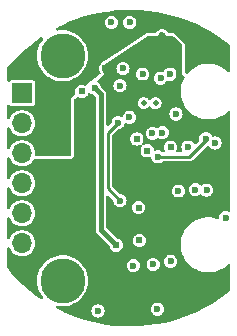
<source format=gbr>
%TF.GenerationSoftware,KiCad,Pcbnew,8.0.7-8.0.7-0~ubuntu24.04.1*%
%TF.CreationDate,2024-12-07T09:18:26-08:00*%
%TF.ProjectId,mag-encoder,6d61672d-656e-4636-9f64-65722e6b6963,4*%
%TF.SameCoordinates,Original*%
%TF.FileFunction,Copper,L2,Inr*%
%TF.FilePolarity,Positive*%
%FSLAX46Y46*%
G04 Gerber Fmt 4.6, Leading zero omitted, Abs format (unit mm)*
G04 Created by KiCad (PCBNEW 8.0.7-8.0.7-0~ubuntu24.04.1) date 2024-12-07 09:18:26*
%MOMM*%
%LPD*%
G01*
G04 APERTURE LIST*
%TA.AperFunction,ComponentPad*%
%ADD10C,3.810000*%
%TD*%
%TA.AperFunction,ComponentPad*%
%ADD11R,1.700000X1.700000*%
%TD*%
%TA.AperFunction,ComponentPad*%
%ADD12O,1.700000X1.700000*%
%TD*%
%TA.AperFunction,ViaPad*%
%ADD13C,0.600000*%
%TD*%
%TA.AperFunction,ViaPad*%
%ADD14C,0.609600*%
%TD*%
%TA.AperFunction,ViaPad*%
%ADD15C,0.500000*%
%TD*%
%TA.AperFunction,Conductor*%
%ADD16C,0.254000*%
%TD*%
%TA.AperFunction,Conductor*%
%ADD17C,0.381000*%
%TD*%
G04 APERTURE END LIST*
D10*
%TO.N,*%
%TO.C,H1*%
X224840800Y-114046000D03*
%TD*%
D11*
%TO.N,GND*%
%TO.C,J1*%
X221411800Y-117221000D03*
D12*
%TO.N,+3.3V*%
X221411800Y-119761000D03*
%TO.N,/CS*%
X221411800Y-122301000D03*
%TO.N,/MOSI*%
X221411800Y-124841000D03*
%TO.N,/MISO*%
X221411800Y-127381000D03*
%TO.N,/SCLK*%
X221411800Y-129921000D03*
%TD*%
D10*
%TO.N,*%
%TO.C,H2*%
X224840800Y-133096000D03*
%TD*%
D13*
%TO.N,+3.3V*%
X234696000Y-135939583D03*
X233248200Y-112344200D03*
D14*
X233464100Y-125260100D03*
X231317800Y-125984000D03*
D13*
X229857300Y-118021100D03*
X228463539Y-115122261D03*
%TO.N,GND*%
X229946200Y-115112800D03*
D14*
X226466400Y-117068600D03*
X232003600Y-122097800D03*
D13*
X227838000Y-135661400D03*
X234443344Y-118992046D03*
D15*
X232706800Y-118059200D03*
D13*
X232867200Y-135509000D03*
D15*
X231706800Y-118059200D03*
D13*
X238658400Y-127762000D03*
D14*
X233984800Y-121793000D03*
D13*
%TO.N,+5V*%
X230530400Y-111226600D03*
%TO.N,Net-(D4-A)*%
X232511600Y-131724400D03*
%TO.N,Net-(D1-K)*%
X228981000Y-111226600D03*
%TO.N,Net-(D3-A)*%
X230835200Y-131826000D03*
%TO.N,+5V_IN*%
X236474000Y-113792000D03*
X223139000Y-121031000D03*
%TO.N,Net-(C1-Pad1)*%
X229692200Y-116586000D03*
X233150883Y-115950999D03*
X233274839Y-120568637D03*
X230505000Y-119257800D03*
X236082570Y-125386858D03*
%TO.N,/A*%
X234645200Y-125501400D03*
%TO.N,/B*%
X237032800Y-125425200D03*
%TO.N,/PWM*%
X237744000Y-121437400D03*
%TO.N,Net-(D2-A)*%
X233984800Y-131449800D03*
%TO.N,Net-(D3-K)*%
X231622600Y-115595400D03*
D14*
%TO.N,Net-(U3-MGH)*%
X229368646Y-130086100D03*
D13*
X227545900Y-116776500D03*
D14*
X231343200Y-129692400D03*
%TO.N,/MISO*%
X231123451Y-121098347D03*
X231278250Y-126904864D03*
D13*
%TO.N,Net-(U3-A)*%
X229539800Y-119710200D03*
X229694099Y-126321418D03*
%TO.N,Net-(U3-PWM)*%
X232909286Y-122614514D03*
X236971960Y-121066440D03*
X233920500Y-115611177D03*
%TO.N,Net-(R3-Pad1)*%
X235458000Y-121793000D03*
X232435400Y-120624600D03*
%TD*%
D16*
%TO.N,Net-(C1-Pad1)*%
X233150883Y-115950999D02*
X233104884Y-115905000D01*
X233104884Y-115905000D02*
X232994200Y-115905000D01*
X229692200Y-116586000D02*
X229717600Y-116560600D01*
D17*
%TO.N,Net-(U3-MGH)*%
X228092000Y-117322600D02*
X228092000Y-128809454D01*
X228092000Y-128809454D02*
X229368646Y-130086100D01*
X227545900Y-116776500D02*
X228092000Y-117322600D01*
D16*
%TO.N,Net-(U3-A)*%
X228650800Y-125278119D02*
X229694099Y-126321418D01*
X229539800Y-119710200D02*
X228650800Y-120599200D01*
X228650800Y-120599200D02*
X228650800Y-125278119D01*
%TO.N,Net-(U3-PWM)*%
X236971960Y-121066440D02*
X236971960Y-121224159D01*
X236971960Y-121224159D02*
X235581605Y-122614514D01*
X235581605Y-122614514D02*
X232909286Y-122614514D01*
%TD*%
%TA.AperFunction,Conductor*%
%TO.N,+3.3V*%
G36*
X233309026Y-112054660D02*
G01*
X233340291Y-112063038D01*
X233381886Y-112080267D01*
X233409919Y-112096451D01*
X233445645Y-112123865D01*
X233468532Y-112146752D01*
X233482732Y-112165258D01*
X233512099Y-112203530D01*
X233515476Y-112212267D01*
X233535060Y-112234868D01*
X233535070Y-112234879D01*
X233542134Y-112243032D01*
X233546795Y-112248745D01*
X233550033Y-112252965D01*
X233554933Y-112257804D01*
X233573445Y-112279171D01*
X233573462Y-112279186D01*
X233583906Y-112291239D01*
X233583910Y-112291244D01*
X233583915Y-112291249D01*
X233583917Y-112291251D01*
X233617204Y-112323371D01*
X233706922Y-112370303D01*
X233706923Y-112370303D01*
X233706923Y-112370304D01*
X233757051Y-112385022D01*
X233773961Y-112389988D01*
X233773965Y-112389988D01*
X233773967Y-112389989D01*
X233785780Y-112391687D01*
X233847073Y-112400500D01*
X234156150Y-112400500D01*
X234223189Y-112420185D01*
X234243831Y-112436819D01*
X234908181Y-113101169D01*
X234941666Y-113162492D01*
X234944500Y-113188850D01*
X234944500Y-115446008D01*
X234950430Y-115501161D01*
X234961639Y-115552683D01*
X234968986Y-115579463D01*
X235010877Y-115653026D01*
X235019089Y-115667448D01*
X235045557Y-115697994D01*
X235064840Y-115720248D01*
X235098131Y-115752371D01*
X235103185Y-115755015D01*
X235153464Y-115803532D01*
X235169530Y-115871529D01*
X235153096Y-115926888D01*
X235078658Y-116055819D01*
X235078653Y-116055829D01*
X234961502Y-116338659D01*
X234882260Y-116634392D01*
X234842301Y-116937913D01*
X234842300Y-116937929D01*
X234842300Y-117244070D01*
X234842301Y-117244086D01*
X234881551Y-117542222D01*
X234882261Y-117547611D01*
X234930253Y-117726720D01*
X234961502Y-117843340D01*
X235078654Y-118126173D01*
X235078662Y-118126189D01*
X235231731Y-118391310D01*
X235231742Y-118391326D01*
X235418109Y-118634204D01*
X235418115Y-118634211D01*
X235634588Y-118850684D01*
X235634595Y-118850690D01*
X235719709Y-118916000D01*
X235877482Y-119037064D01*
X235877489Y-119037068D01*
X236142610Y-119190137D01*
X236142626Y-119190145D01*
X236425459Y-119307297D01*
X236425461Y-119307297D01*
X236425467Y-119307300D01*
X236721189Y-119386539D01*
X237024723Y-119426500D01*
X237024730Y-119426500D01*
X237330870Y-119426500D01*
X237330877Y-119426500D01*
X237634411Y-119386539D01*
X237930133Y-119307300D01*
X238049635Y-119257801D01*
X238212973Y-119190145D01*
X238212976Y-119190143D01*
X238212982Y-119190141D01*
X238478118Y-119037064D01*
X238721006Y-118850689D01*
X238743783Y-118827912D01*
X238822619Y-118749077D01*
X238883942Y-118715592D01*
X238953634Y-118720576D01*
X239009567Y-118762448D01*
X239033984Y-118827912D01*
X239034300Y-118836758D01*
X239034300Y-127131936D01*
X239014615Y-127198975D01*
X238961811Y-127244730D01*
X238892653Y-127254674D01*
X238862849Y-127246498D01*
X238828969Y-127232465D01*
X238803154Y-127221772D01*
X238803152Y-127221771D01*
X238658401Y-127202715D01*
X238658399Y-127202715D01*
X238513647Y-127221771D01*
X238513645Y-127221772D01*
X238378761Y-127277643D01*
X238378758Y-127277644D01*
X238378758Y-127277645D01*
X238262926Y-127366526D01*
X238251821Y-127380999D01*
X238174043Y-127482361D01*
X238118172Y-127617245D01*
X238118172Y-127617246D01*
X238102393Y-127737098D01*
X238074126Y-127800994D01*
X238015802Y-127839465D01*
X237945937Y-127840296D01*
X237932009Y-127835476D01*
X237930141Y-127834702D01*
X237634407Y-127755460D01*
X237330886Y-127715501D01*
X237330883Y-127715500D01*
X237330877Y-127715500D01*
X237024723Y-127715500D01*
X237024717Y-127715500D01*
X237024713Y-127715501D01*
X236721192Y-127755460D01*
X236425459Y-127834702D01*
X236142626Y-127951854D01*
X236142610Y-127951862D01*
X235877489Y-128104931D01*
X235877473Y-128104942D01*
X235634595Y-128291309D01*
X235634588Y-128291315D01*
X235418115Y-128507788D01*
X235418109Y-128507795D01*
X235231742Y-128750673D01*
X235231731Y-128750689D01*
X235078662Y-129015810D01*
X235078654Y-129015826D01*
X234961502Y-129298659D01*
X234882260Y-129594392D01*
X234842301Y-129897913D01*
X234842300Y-129897929D01*
X234842300Y-130204070D01*
X234842301Y-130204086D01*
X234882260Y-130507607D01*
X234961502Y-130803340D01*
X235078654Y-131086173D01*
X235078662Y-131086189D01*
X235231731Y-131351310D01*
X235231742Y-131351326D01*
X235418109Y-131594204D01*
X235418115Y-131594211D01*
X235634588Y-131810684D01*
X235634595Y-131810690D01*
X235679666Y-131845274D01*
X235877482Y-131997064D01*
X235877489Y-131997068D01*
X236142610Y-132150137D01*
X236142626Y-132150145D01*
X236425459Y-132267297D01*
X236425461Y-132267297D01*
X236425467Y-132267300D01*
X236721189Y-132346539D01*
X237024723Y-132386500D01*
X237024730Y-132386500D01*
X237330870Y-132386500D01*
X237330877Y-132386500D01*
X237634411Y-132346539D01*
X237930133Y-132267300D01*
X238040857Y-132221437D01*
X238212973Y-132150145D01*
X238212976Y-132150143D01*
X238212982Y-132150141D01*
X238478118Y-131997064D01*
X238721006Y-131810689D01*
X238743783Y-131787912D01*
X238822619Y-131709077D01*
X238883942Y-131675592D01*
X238953634Y-131680576D01*
X239009567Y-131722448D01*
X239033984Y-131787912D01*
X239034300Y-131796758D01*
X239034300Y-133896564D01*
X239014615Y-133963603D01*
X238987747Y-133993404D01*
X238657823Y-134257259D01*
X238652545Y-134261254D01*
X238075365Y-134674353D01*
X238069882Y-134678060D01*
X237471473Y-135059777D01*
X237465799Y-135063186D01*
X236847901Y-135412412D01*
X236842054Y-135415514D01*
X236206385Y-135731278D01*
X236200380Y-135734064D01*
X235548765Y-136015459D01*
X235542621Y-136017920D01*
X234876923Y-136264141D01*
X234870656Y-136266271D01*
X234192754Y-136476623D01*
X234186382Y-136478415D01*
X233498224Y-136652293D01*
X233491765Y-136653742D01*
X232795333Y-136790646D01*
X232788807Y-136791749D01*
X232086040Y-136891300D01*
X232079463Y-136892053D01*
X231372413Y-136953957D01*
X231365806Y-136954359D01*
X230656421Y-136978448D01*
X230649802Y-136978496D01*
X229940147Y-136964698D01*
X229933535Y-136964392D01*
X229225665Y-136912746D01*
X229219079Y-136912089D01*
X228514921Y-136822738D01*
X228508379Y-136821729D01*
X227810051Y-136694942D01*
X227803572Y-136693587D01*
X227112949Y-136529703D01*
X227106552Y-136528003D01*
X226425687Y-136327508D01*
X226419389Y-136325469D01*
X225750198Y-136088930D01*
X225744019Y-136086559D01*
X225265283Y-135888007D01*
X225088385Y-135814640D01*
X225082356Y-135811949D01*
X224767915Y-135661398D01*
X227278715Y-135661398D01*
X227278715Y-135661401D01*
X227297771Y-135806152D01*
X227297773Y-135806157D01*
X227353642Y-135941038D01*
X227353645Y-135941044D01*
X227442525Y-136056873D01*
X227442526Y-136056874D01*
X227558355Y-136145754D01*
X227558361Y-136145757D01*
X227625801Y-136173691D01*
X227693246Y-136201628D01*
X227765623Y-136211156D01*
X227837999Y-136220685D01*
X227838000Y-136220685D01*
X227838001Y-136220685D01*
X227886251Y-136214332D01*
X227982754Y-136201628D01*
X228117643Y-136145755D01*
X228233474Y-136056874D01*
X228322355Y-135941043D01*
X228378228Y-135806154D01*
X228397285Y-135661400D01*
X228396278Y-135653754D01*
X228378228Y-135516647D01*
X228378228Y-135516646D01*
X228375060Y-135508998D01*
X232307915Y-135508998D01*
X232307915Y-135509001D01*
X232326971Y-135653752D01*
X232326973Y-135653757D01*
X232382842Y-135788638D01*
X232382845Y-135788644D01*
X232471725Y-135904473D01*
X232471726Y-135904474D01*
X232587555Y-135993354D01*
X232587561Y-135993357D01*
X232644093Y-136016773D01*
X232722446Y-136049228D01*
X232780516Y-136056873D01*
X232867199Y-136068285D01*
X232867200Y-136068285D01*
X232867201Y-136068285D01*
X232915451Y-136061932D01*
X233011954Y-136049228D01*
X233146843Y-135993355D01*
X233262674Y-135904474D01*
X233351555Y-135788643D01*
X233407428Y-135653754D01*
X233425478Y-135516647D01*
X233426485Y-135509001D01*
X233426485Y-135508998D01*
X233407428Y-135364247D01*
X233407428Y-135364246D01*
X233351555Y-135229358D01*
X233262674Y-135113526D01*
X233146843Y-135024645D01*
X233146840Y-135024644D01*
X233146838Y-135024642D01*
X233011957Y-134968773D01*
X233011952Y-134968771D01*
X232867201Y-134949715D01*
X232867199Y-134949715D01*
X232722447Y-134968771D01*
X232722445Y-134968772D01*
X232587561Y-135024643D01*
X232587558Y-135024644D01*
X232587558Y-135024645D01*
X232471726Y-135113526D01*
X232393655Y-135215271D01*
X232382843Y-135229361D01*
X232326972Y-135364245D01*
X232326971Y-135364247D01*
X232307915Y-135508998D01*
X228375060Y-135508998D01*
X228322355Y-135381758D01*
X228233474Y-135265926D01*
X228117643Y-135177045D01*
X228117640Y-135177044D01*
X228117638Y-135177042D01*
X227982757Y-135121173D01*
X227982752Y-135121171D01*
X227838001Y-135102115D01*
X227837999Y-135102115D01*
X227693247Y-135121171D01*
X227693245Y-135121172D01*
X227558361Y-135177043D01*
X227558358Y-135177044D01*
X227558358Y-135177045D01*
X227442526Y-135265926D01*
X227367083Y-135364246D01*
X227353643Y-135381761D01*
X227297772Y-135516645D01*
X227297771Y-135516647D01*
X227278715Y-135661398D01*
X224767915Y-135661398D01*
X224442147Y-135505424D01*
X224436280Y-135502419D01*
X224338282Y-135448893D01*
X224288884Y-135399482D01*
X224274041Y-135331207D01*
X224298466Y-135265746D01*
X224354405Y-135223882D01*
X224414606Y-135217224D01*
X224640374Y-135248255D01*
X224693085Y-135255500D01*
X224693086Y-135255500D01*
X224988515Y-135255500D01*
X225020068Y-135251163D01*
X225281190Y-135215273D01*
X225565662Y-135135567D01*
X225821030Y-135024645D01*
X225836630Y-135017869D01*
X225917365Y-134968773D01*
X226089051Y-134864369D01*
X226318218Y-134677928D01*
X226519863Y-134462019D01*
X226690230Y-134220663D01*
X226826146Y-133958357D01*
X226925079Y-133679988D01*
X226985185Y-133390739D01*
X227005346Y-133096000D01*
X226985185Y-132801261D01*
X226925079Y-132512012D01*
X226826147Y-132233646D01*
X226826148Y-132233646D01*
X226690229Y-131971335D01*
X226690225Y-131971329D01*
X226587640Y-131825998D01*
X230275915Y-131825998D01*
X230275915Y-131826001D01*
X230294971Y-131970752D01*
X230294973Y-131970757D01*
X230350842Y-132105638D01*
X230350845Y-132105644D01*
X230439725Y-132221473D01*
X230439726Y-132221474D01*
X230555555Y-132310354D01*
X230555561Y-132310357D01*
X230623001Y-132338291D01*
X230690446Y-132366228D01*
X230762823Y-132375756D01*
X230835199Y-132385285D01*
X230835200Y-132385285D01*
X230835201Y-132385285D01*
X230883451Y-132378932D01*
X230979954Y-132366228D01*
X231114843Y-132310355D01*
X231230674Y-132221474D01*
X231319555Y-132105643D01*
X231375428Y-131970754D01*
X231394485Y-131826000D01*
X231392469Y-131810690D01*
X231381109Y-131724398D01*
X231952315Y-131724398D01*
X231952315Y-131724401D01*
X231971371Y-131869152D01*
X231971373Y-131869157D01*
X232027242Y-132004038D01*
X232027245Y-132004044D01*
X232116125Y-132119873D01*
X232116126Y-132119874D01*
X232231955Y-132208754D01*
X232231961Y-132208757D01*
X232262663Y-132221474D01*
X232366846Y-132264628D01*
X232439223Y-132274156D01*
X232511599Y-132283685D01*
X232511600Y-132283685D01*
X232511601Y-132283685D01*
X232559851Y-132277332D01*
X232656354Y-132264628D01*
X232791243Y-132208755D01*
X232907074Y-132119874D01*
X232995955Y-132004043D01*
X233051828Y-131869154D01*
X233070885Y-131724400D01*
X233064459Y-131675592D01*
X233053745Y-131594206D01*
X233051828Y-131579646D01*
X232998043Y-131449798D01*
X233425515Y-131449798D01*
X233425515Y-131449801D01*
X233444571Y-131594552D01*
X233444573Y-131594557D01*
X233500442Y-131729438D01*
X233500445Y-131729444D01*
X233589325Y-131845273D01*
X233589326Y-131845274D01*
X233705155Y-131934154D01*
X233705161Y-131934157D01*
X233772601Y-131962091D01*
X233840046Y-131990028D01*
X233893521Y-131997068D01*
X233984799Y-132009085D01*
X233984800Y-132009085D01*
X233984801Y-132009085D01*
X234033051Y-132002732D01*
X234129554Y-131990028D01*
X234264443Y-131934155D01*
X234380274Y-131845274D01*
X234469155Y-131729443D01*
X234525028Y-131594554D01*
X234544085Y-131449800D01*
X234541547Y-131430524D01*
X234528172Y-131328926D01*
X234525028Y-131305046D01*
X234469155Y-131170158D01*
X234380274Y-131054326D01*
X234264443Y-130965445D01*
X234264440Y-130965444D01*
X234264438Y-130965442D01*
X234129557Y-130909573D01*
X234129552Y-130909571D01*
X233984801Y-130890515D01*
X233984799Y-130890515D01*
X233840047Y-130909571D01*
X233840045Y-130909572D01*
X233705161Y-130965443D01*
X233705158Y-130965444D01*
X233705158Y-130965445D01*
X233675910Y-130987888D01*
X233589326Y-131054326D01*
X233500443Y-131170161D01*
X233444572Y-131305045D01*
X233444571Y-131305047D01*
X233425515Y-131449798D01*
X232998043Y-131449798D01*
X232995955Y-131444758D01*
X232907074Y-131328926D01*
X232791243Y-131240045D01*
X232791240Y-131240044D01*
X232791238Y-131240042D01*
X232656357Y-131184173D01*
X232656352Y-131184171D01*
X232511601Y-131165115D01*
X232511599Y-131165115D01*
X232366847Y-131184171D01*
X232366845Y-131184172D01*
X232231961Y-131240043D01*
X232231958Y-131240044D01*
X232231958Y-131240045D01*
X232172364Y-131285773D01*
X232116126Y-131328926D01*
X232027243Y-131444761D01*
X231971372Y-131579645D01*
X231971371Y-131579647D01*
X231952315Y-131724398D01*
X231381109Y-131724398D01*
X231375428Y-131681247D01*
X231375428Y-131681246D01*
X231319555Y-131546358D01*
X231230674Y-131430526D01*
X231114843Y-131341645D01*
X231114840Y-131341644D01*
X231114838Y-131341642D01*
X230979957Y-131285773D01*
X230979952Y-131285771D01*
X230835201Y-131266715D01*
X230835199Y-131266715D01*
X230690447Y-131285771D01*
X230690445Y-131285772D01*
X230555561Y-131341643D01*
X230555558Y-131341644D01*
X230555558Y-131341645D01*
X230439729Y-131430524D01*
X230439726Y-131430526D01*
X230350843Y-131546361D01*
X230294972Y-131681245D01*
X230294971Y-131681247D01*
X230275915Y-131825998D01*
X226587640Y-131825998D01*
X226519865Y-131729983D01*
X226318214Y-131514068D01*
X226089057Y-131327635D01*
X226089046Y-131327628D01*
X225836630Y-131174130D01*
X225565665Y-131056434D01*
X225565663Y-131056433D01*
X225565662Y-131056433D01*
X225455262Y-131025500D01*
X225281195Y-130976728D01*
X225281191Y-130976727D01*
X225281190Y-130976727D01*
X225134852Y-130956613D01*
X224988515Y-130936500D01*
X224988514Y-130936500D01*
X224693086Y-130936500D01*
X224693085Y-130936500D01*
X224400410Y-130976727D01*
X224400404Y-130976728D01*
X224115934Y-131056434D01*
X223844969Y-131174130D01*
X223592553Y-131327628D01*
X223592542Y-131327635D01*
X223363385Y-131514068D01*
X223161734Y-131729983D01*
X222991374Y-131971329D01*
X222991370Y-131971335D01*
X222855452Y-132233646D01*
X222756522Y-132512006D01*
X222756521Y-132512009D01*
X222696414Y-132801266D01*
X222676254Y-133096000D01*
X222696414Y-133390733D01*
X222756521Y-133679990D01*
X222756522Y-133679993D01*
X222855452Y-133958353D01*
X222855451Y-133958353D01*
X222991370Y-134220664D01*
X222991374Y-134220670D01*
X223164179Y-134465480D01*
X223162678Y-134466539D01*
X223186796Y-134524024D01*
X223174703Y-134592840D01*
X223127326Y-134644193D01*
X223059706Y-134661780D01*
X222993312Y-134640017D01*
X222993189Y-134639932D01*
X222615105Y-134377537D01*
X222609799Y-134373641D01*
X222527583Y-134309822D01*
X222412723Y-134220663D01*
X222049095Y-133938400D01*
X222043977Y-133934203D01*
X221507332Y-133469693D01*
X221502445Y-133465229D01*
X220991325Y-132972721D01*
X220986693Y-132968013D01*
X220502583Y-132448933D01*
X220498204Y-132443978D01*
X220469421Y-132409609D01*
X220179334Y-132063218D01*
X220151383Y-131999183D01*
X220150400Y-131983628D01*
X220150398Y-131970752D01*
X220150094Y-130392303D01*
X220169766Y-130325263D01*
X220222561Y-130279498D01*
X220291717Y-130269541D01*
X220355279Y-130298553D01*
X220385094Y-130337010D01*
X220468712Y-130504935D01*
X220592069Y-130668287D01*
X220743337Y-130806185D01*
X220743339Y-130806187D01*
X220917369Y-130913942D01*
X220917375Y-130913945D01*
X220957810Y-130929609D01*
X221108244Y-130987888D01*
X221309453Y-131025500D01*
X221309456Y-131025500D01*
X221514144Y-131025500D01*
X221514147Y-131025500D01*
X221715356Y-130987888D01*
X221906227Y-130913944D01*
X222080262Y-130806186D01*
X222231532Y-130668285D01*
X222354888Y-130504935D01*
X222446128Y-130321701D01*
X222502145Y-130124821D01*
X222521032Y-129921000D01*
X222502145Y-129717179D01*
X222446128Y-129520299D01*
X222354888Y-129337065D01*
X222231532Y-129173715D01*
X222231530Y-129173712D01*
X222080262Y-129035814D01*
X222080260Y-129035812D01*
X221906230Y-128928057D01*
X221906224Y-128928054D01*
X221751303Y-128868038D01*
X221715356Y-128854112D01*
X221514147Y-128816500D01*
X221309453Y-128816500D01*
X221108244Y-128854112D01*
X221108241Y-128854112D01*
X221108241Y-128854113D01*
X220917375Y-128928054D01*
X220917369Y-128928057D01*
X220743339Y-129035812D01*
X220743337Y-129035814D01*
X220592069Y-129173712D01*
X220468712Y-129337064D01*
X220384913Y-129505353D01*
X220337410Y-129556590D01*
X220269746Y-129574011D01*
X220203406Y-129552085D01*
X220159451Y-129497773D01*
X220149913Y-129450108D01*
X220149606Y-127851323D01*
X220169278Y-127784282D01*
X220222073Y-127738517D01*
X220291229Y-127728560D01*
X220354791Y-127757572D01*
X220384606Y-127796029D01*
X220468712Y-127964935D01*
X220592069Y-128128287D01*
X220743337Y-128266185D01*
X220743339Y-128266187D01*
X220917369Y-128373942D01*
X220917375Y-128373945D01*
X220957810Y-128389609D01*
X221108244Y-128447888D01*
X221309453Y-128485500D01*
X221309456Y-128485500D01*
X221514144Y-128485500D01*
X221514147Y-128485500D01*
X221715356Y-128447888D01*
X221906227Y-128373944D01*
X222080262Y-128266186D01*
X222231532Y-128128285D01*
X222354888Y-127964935D01*
X222446128Y-127781701D01*
X222502145Y-127584821D01*
X222521032Y-127381000D01*
X222502145Y-127177179D01*
X222446128Y-126980299D01*
X222354888Y-126797065D01*
X222231532Y-126633715D01*
X222231530Y-126633712D01*
X222080262Y-126495814D01*
X222080260Y-126495812D01*
X221906230Y-126388057D01*
X221906224Y-126388054D01*
X221734215Y-126321418D01*
X221715356Y-126314112D01*
X221514147Y-126276500D01*
X221309453Y-126276500D01*
X221108244Y-126314112D01*
X221108241Y-126314112D01*
X221108241Y-126314113D01*
X220917375Y-126388054D01*
X220917369Y-126388057D01*
X220743339Y-126495812D01*
X220743337Y-126495814D01*
X220592069Y-126633712D01*
X220468713Y-126797062D01*
X220384425Y-126966333D01*
X220336921Y-127017569D01*
X220269258Y-127034990D01*
X220202918Y-127013064D01*
X220158963Y-126958752D01*
X220149425Y-126911088D01*
X220149118Y-125310343D01*
X220168790Y-125243302D01*
X220221585Y-125197537D01*
X220290742Y-125187580D01*
X220354303Y-125216592D01*
X220384118Y-125255049D01*
X220468712Y-125424935D01*
X220592069Y-125588287D01*
X220743337Y-125726185D01*
X220743339Y-125726187D01*
X220917369Y-125833942D01*
X220917375Y-125833945D01*
X220925416Y-125837060D01*
X221108244Y-125907888D01*
X221309453Y-125945500D01*
X221309456Y-125945500D01*
X221514144Y-125945500D01*
X221514147Y-125945500D01*
X221715356Y-125907888D01*
X221906227Y-125833944D01*
X222080262Y-125726186D01*
X222231532Y-125588285D01*
X222354888Y-125424935D01*
X222446128Y-125241701D01*
X222502145Y-125044821D01*
X222521032Y-124841000D01*
X222502145Y-124637179D01*
X222446128Y-124440299D01*
X222354888Y-124257065D01*
X222231532Y-124093715D01*
X222231530Y-124093712D01*
X222080262Y-123955814D01*
X222080260Y-123955812D01*
X221906230Y-123848057D01*
X221906224Y-123848054D01*
X221755793Y-123789777D01*
X221715356Y-123774112D01*
X221514147Y-123736500D01*
X221309453Y-123736500D01*
X221108244Y-123774112D01*
X221108241Y-123774112D01*
X221108241Y-123774113D01*
X220917375Y-123848054D01*
X220917369Y-123848057D01*
X220743339Y-123955812D01*
X220743337Y-123955814D01*
X220592069Y-124093712D01*
X220468712Y-124257064D01*
X220383938Y-124427312D01*
X220336435Y-124478549D01*
X220268772Y-124495970D01*
X220202432Y-124474044D01*
X220158477Y-124419733D01*
X220148938Y-124372064D01*
X220148684Y-123048285D01*
X220148630Y-122769364D01*
X220168302Y-122702322D01*
X220221097Y-122656557D01*
X220290253Y-122646600D01*
X220353815Y-122675612D01*
X220383630Y-122714069D01*
X220468712Y-122884935D01*
X220592069Y-123048287D01*
X220743337Y-123186185D01*
X220743339Y-123186187D01*
X220917369Y-123293942D01*
X220917375Y-123293945D01*
X220957810Y-123309609D01*
X221108244Y-123367888D01*
X221309453Y-123405500D01*
X221309456Y-123405500D01*
X221514144Y-123405500D01*
X221514147Y-123405500D01*
X221715356Y-123367888D01*
X221906227Y-123293944D01*
X222080262Y-123186186D01*
X222231532Y-123048285D01*
X222354888Y-122884935D01*
X222369978Y-122854629D01*
X222417479Y-122803393D01*
X222485142Y-122785971D01*
X222515914Y-122790924D01*
X222560405Y-122803988D01*
X222560409Y-122803988D01*
X222560411Y-122803989D01*
X222572224Y-122805687D01*
X222633517Y-122814500D01*
X222633518Y-122814500D01*
X225427991Y-122814500D01*
X225428000Y-122814500D01*
X225483163Y-122808569D01*
X225534674Y-122797363D01*
X225561461Y-122790014D01*
X225649448Y-122739911D01*
X225702252Y-122694156D01*
X225734371Y-122660869D01*
X225781303Y-122571151D01*
X225800988Y-122504112D01*
X225811500Y-122431000D01*
X225811500Y-117786317D01*
X225831185Y-117719278D01*
X225858036Y-117689491D01*
X226026358Y-117554833D01*
X226091003Y-117528326D01*
X226159718Y-117540976D01*
X226179306Y-117553286D01*
X226184337Y-117557147D01*
X226320393Y-117613504D01*
X226393396Y-117623115D01*
X226466399Y-117632726D01*
X226466400Y-117632726D01*
X226466401Y-117632726D01*
X226515069Y-117626318D01*
X226612407Y-117613504D01*
X226748463Y-117557147D01*
X226865297Y-117467497D01*
X226954947Y-117350663D01*
X226996416Y-117250548D01*
X227040255Y-117196146D01*
X227106549Y-117174081D01*
X227174249Y-117191360D01*
X227186458Y-117199623D01*
X227266257Y-117260855D01*
X227266260Y-117260856D01*
X227266261Y-117260857D01*
X227333701Y-117288791D01*
X227401146Y-117316728D01*
X227423509Y-117319672D01*
X227487402Y-117347935D01*
X227495004Y-117354929D01*
X227610681Y-117470606D01*
X227644166Y-117531929D01*
X227647000Y-117558287D01*
X227647000Y-128868039D01*
X227677326Y-128981218D01*
X227735911Y-129082690D01*
X227735912Y-129082691D01*
X227735913Y-129082692D01*
X228784640Y-130131419D01*
X228818125Y-130192742D01*
X228819898Y-130202912D01*
X228823742Y-130232107D01*
X228823742Y-130232108D01*
X228880097Y-130368159D01*
X228880099Y-130368163D01*
X228969749Y-130484997D01*
X229086583Y-130574647D01*
X229222639Y-130631004D01*
X229295642Y-130640615D01*
X229368645Y-130650226D01*
X229368646Y-130650226D01*
X229368647Y-130650226D01*
X229417315Y-130643818D01*
X229514653Y-130631004D01*
X229650709Y-130574647D01*
X229767543Y-130484997D01*
X229857193Y-130368163D01*
X229913550Y-130232107D01*
X229932772Y-130086100D01*
X229913550Y-129940093D01*
X229857193Y-129804037D01*
X229771529Y-129692398D01*
X230779074Y-129692398D01*
X230779074Y-129692401D01*
X230798295Y-129838405D01*
X230798296Y-129838407D01*
X230840416Y-129940094D01*
X230854653Y-129974463D01*
X230944303Y-130091297D01*
X231061137Y-130180947D01*
X231197193Y-130237304D01*
X231270196Y-130246915D01*
X231343199Y-130256526D01*
X231343200Y-130256526D01*
X231343201Y-130256526D01*
X231391869Y-130250118D01*
X231489207Y-130237304D01*
X231625263Y-130180947D01*
X231742097Y-130091297D01*
X231831747Y-129974463D01*
X231888104Y-129838407D01*
X231907326Y-129692400D01*
X231888104Y-129546393D01*
X231831747Y-129410337D01*
X231742097Y-129293503D01*
X231625263Y-129203853D01*
X231625259Y-129203851D01*
X231489207Y-129147496D01*
X231489205Y-129147495D01*
X231343201Y-129128274D01*
X231343199Y-129128274D01*
X231197194Y-129147495D01*
X231197192Y-129147496D01*
X231061140Y-129203851D01*
X231061137Y-129203852D01*
X231061137Y-129203853D01*
X230944303Y-129293503D01*
X230910878Y-129337064D01*
X230854651Y-129410340D01*
X230798296Y-129546392D01*
X230798295Y-129546394D01*
X230779074Y-129692398D01*
X229771529Y-129692398D01*
X229767543Y-129687203D01*
X229650709Y-129597553D01*
X229650705Y-129597551D01*
X229514654Y-129541196D01*
X229485458Y-129537352D01*
X229421562Y-129509084D01*
X229413965Y-129502094D01*
X228573319Y-128661448D01*
X228539834Y-128600125D01*
X228537000Y-128573767D01*
X228537000Y-126904862D01*
X230714124Y-126904862D01*
X230714124Y-126904865D01*
X230733345Y-127050869D01*
X230733346Y-127050871D01*
X230766924Y-127131936D01*
X230789703Y-127186927D01*
X230879353Y-127303761D01*
X230996187Y-127393411D01*
X231132243Y-127449768D01*
X231205246Y-127459379D01*
X231278249Y-127468990D01*
X231278250Y-127468990D01*
X231278251Y-127468990D01*
X231326919Y-127462582D01*
X231424257Y-127449768D01*
X231560313Y-127393411D01*
X231677147Y-127303761D01*
X231766797Y-127186927D01*
X231823154Y-127050871D01*
X231842376Y-126904864D01*
X231823154Y-126758857D01*
X231766797Y-126622801D01*
X231677147Y-126505967D01*
X231560313Y-126416317D01*
X231560309Y-126416315D01*
X231424257Y-126359960D01*
X231424255Y-126359959D01*
X231278251Y-126340738D01*
X231278249Y-126340738D01*
X231132244Y-126359959D01*
X231132242Y-126359960D01*
X230996190Y-126416315D01*
X230996187Y-126416316D01*
X230996187Y-126416317D01*
X230931216Y-126466171D01*
X230879353Y-126505967D01*
X230789701Y-126622804D01*
X230733346Y-126758856D01*
X230733345Y-126758858D01*
X230714124Y-126904862D01*
X228537000Y-126904862D01*
X228537000Y-126003204D01*
X228556685Y-125936165D01*
X228609489Y-125890410D01*
X228678647Y-125880466D01*
X228742203Y-125909491D01*
X228748681Y-125915523D01*
X229102053Y-126268895D01*
X229135538Y-126330218D01*
X229137311Y-126340390D01*
X229153871Y-126466171D01*
X229153872Y-126466175D01*
X229209741Y-126601056D01*
X229209744Y-126601062D01*
X229298624Y-126716891D01*
X229298625Y-126716892D01*
X229414454Y-126805772D01*
X229414460Y-126805775D01*
X229481900Y-126833709D01*
X229549345Y-126861646D01*
X229621722Y-126871174D01*
X229694098Y-126880703D01*
X229694099Y-126880703D01*
X229694100Y-126880703D01*
X229742350Y-126874350D01*
X229838853Y-126861646D01*
X229973742Y-126805773D01*
X230089573Y-126716892D01*
X230178454Y-126601061D01*
X230234327Y-126466172D01*
X230250886Y-126340390D01*
X230253384Y-126321419D01*
X230253384Y-126321416D01*
X230234327Y-126176665D01*
X230234327Y-126176664D01*
X230178454Y-126041776D01*
X230089573Y-125925944D01*
X229973742Y-125837063D01*
X229973739Y-125837062D01*
X229973737Y-125837060D01*
X229838856Y-125781191D01*
X229838854Y-125781190D01*
X229838853Y-125781190D01*
X229818490Y-125778509D01*
X229713071Y-125764630D01*
X229649175Y-125736363D01*
X229641576Y-125729372D01*
X229413602Y-125501398D01*
X234085915Y-125501398D01*
X234085915Y-125501401D01*
X234104971Y-125646152D01*
X234104973Y-125646157D01*
X234160842Y-125781038D01*
X234160845Y-125781044D01*
X234249725Y-125896873D01*
X234249726Y-125896874D01*
X234365555Y-125985754D01*
X234365561Y-125985757D01*
X234433001Y-126013691D01*
X234500446Y-126041628D01*
X234572823Y-126051156D01*
X234645199Y-126060685D01*
X234645200Y-126060685D01*
X234645201Y-126060685D01*
X234693451Y-126054332D01*
X234789954Y-126041628D01*
X234924843Y-125985755D01*
X235040674Y-125896874D01*
X235129555Y-125781043D01*
X235185428Y-125646154D01*
X235204485Y-125501400D01*
X235189405Y-125386856D01*
X235523285Y-125386856D01*
X235523285Y-125386859D01*
X235542341Y-125531610D01*
X235542343Y-125531615D01*
X235598212Y-125666496D01*
X235598215Y-125666502D01*
X235687095Y-125782331D01*
X235687096Y-125782332D01*
X235802925Y-125871212D01*
X235802931Y-125871215D01*
X235864878Y-125896874D01*
X235937816Y-125927086D01*
X236006779Y-125936165D01*
X236082569Y-125946143D01*
X236082570Y-125946143D01*
X236082571Y-125946143D01*
X236158361Y-125936165D01*
X236227324Y-125927086D01*
X236362213Y-125871213D01*
X236461403Y-125795100D01*
X236526572Y-125769906D01*
X236595017Y-125783944D01*
X236635262Y-125817984D01*
X236637326Y-125820674D01*
X236753155Y-125909554D01*
X236753161Y-125909557D01*
X236795480Y-125927086D01*
X236888046Y-125965428D01*
X236960423Y-125974956D01*
X237032799Y-125984485D01*
X237032800Y-125984485D01*
X237032801Y-125984485D01*
X237081051Y-125978132D01*
X237177554Y-125965428D01*
X237312443Y-125909555D01*
X237428274Y-125820674D01*
X237517155Y-125704843D01*
X237573028Y-125569954D01*
X237592085Y-125425200D01*
X237587037Y-125386859D01*
X237573028Y-125280447D01*
X237573028Y-125280446D01*
X237517155Y-125145558D01*
X237428274Y-125029726D01*
X237312443Y-124940845D01*
X237312440Y-124940844D01*
X237312438Y-124940842D01*
X237177557Y-124884973D01*
X237177552Y-124884971D01*
X237032801Y-124865915D01*
X237032799Y-124865915D01*
X236888047Y-124884971D01*
X236888045Y-124884972D01*
X236753160Y-124940843D01*
X236753157Y-124940845D01*
X236653965Y-125016958D01*
X236588796Y-125042152D01*
X236520351Y-125028114D01*
X236480104Y-124994068D01*
X236478044Y-124991384D01*
X236362213Y-124902503D01*
X236362210Y-124902502D01*
X236362208Y-124902500D01*
X236227327Y-124846631D01*
X236227322Y-124846629D01*
X236082571Y-124827573D01*
X236082569Y-124827573D01*
X235937817Y-124846629D01*
X235937815Y-124846630D01*
X235802931Y-124902501D01*
X235802928Y-124902502D01*
X235802928Y-124902503D01*
X235687096Y-124991384D01*
X235599207Y-125105924D01*
X235598213Y-125107219D01*
X235542342Y-125242103D01*
X235542341Y-125242105D01*
X235523285Y-125386856D01*
X235189405Y-125386856D01*
X235185428Y-125356646D01*
X235129555Y-125221758D01*
X235040674Y-125105926D01*
X234924843Y-125017045D01*
X234924840Y-125017044D01*
X234924838Y-125017042D01*
X234789957Y-124961173D01*
X234789952Y-124961171D01*
X234645201Y-124942115D01*
X234645199Y-124942115D01*
X234500447Y-124961171D01*
X234500445Y-124961172D01*
X234365561Y-125017043D01*
X234365558Y-125017044D01*
X234365558Y-125017045D01*
X234249726Y-125105926D01*
X234179431Y-125197537D01*
X234160843Y-125221761D01*
X234104972Y-125356645D01*
X234104971Y-125356647D01*
X234085915Y-125501398D01*
X229413602Y-125501398D01*
X229068619Y-125156415D01*
X229035134Y-125095092D01*
X229032300Y-125068734D01*
X229032300Y-121098345D01*
X230559325Y-121098345D01*
X230559325Y-121098348D01*
X230578546Y-121244352D01*
X230578547Y-121244354D01*
X230605177Y-121308645D01*
X230634904Y-121380410D01*
X230724554Y-121497244D01*
X230841388Y-121586894D01*
X230977444Y-121643251D01*
X231015393Y-121648247D01*
X231123450Y-121662473D01*
X231123451Y-121662473D01*
X231123452Y-121662473D01*
X231163580Y-121657190D01*
X231269458Y-121643251D01*
X231395957Y-121590852D01*
X231465423Y-121583384D01*
X231527902Y-121614658D01*
X231563555Y-121674747D01*
X231561062Y-121744572D01*
X231541784Y-121780898D01*
X231515055Y-121815732D01*
X231515051Y-121815739D01*
X231458696Y-121951792D01*
X231458695Y-121951794D01*
X231439474Y-122097798D01*
X231439474Y-122097801D01*
X231458695Y-122243805D01*
X231458696Y-122243807D01*
X231515053Y-122379863D01*
X231604703Y-122496697D01*
X231721537Y-122586347D01*
X231857593Y-122642704D01*
X231899165Y-122648177D01*
X232003599Y-122661926D01*
X232003600Y-122661926D01*
X232003601Y-122661926D01*
X232052269Y-122655518D01*
X232149607Y-122642704D01*
X232193859Y-122624373D01*
X232263325Y-122616904D01*
X232325805Y-122648177D01*
X232361459Y-122708265D01*
X232364250Y-122722748D01*
X232369058Y-122759266D01*
X232369059Y-122759271D01*
X232424928Y-122894152D01*
X232424931Y-122894158D01*
X232513811Y-123009987D01*
X232513812Y-123009988D01*
X232629641Y-123098868D01*
X232629647Y-123098871D01*
X232697087Y-123126805D01*
X232764532Y-123154742D01*
X232836909Y-123164270D01*
X232909285Y-123173799D01*
X232909286Y-123173799D01*
X232909287Y-123173799D01*
X232957537Y-123167446D01*
X233054040Y-123154742D01*
X233188929Y-123098869D01*
X233289576Y-123021638D01*
X233354745Y-122996444D01*
X233365063Y-122996014D01*
X235631827Y-122996014D01*
X235631830Y-122996014D01*
X235728859Y-122970015D01*
X235815852Y-122919790D01*
X235886881Y-122848761D01*
X237057821Y-121677819D01*
X237119142Y-121644336D01*
X237188833Y-121649320D01*
X237244767Y-121691191D01*
X237255503Y-121710044D01*
X237255579Y-121710001D01*
X237259645Y-121717044D01*
X237348525Y-121832873D01*
X237348526Y-121832874D01*
X237464355Y-121921754D01*
X237464361Y-121921757D01*
X237502977Y-121937752D01*
X237599246Y-121977628D01*
X237671623Y-121987156D01*
X237743999Y-121996685D01*
X237744000Y-121996685D01*
X237744001Y-121996685D01*
X237792251Y-121990332D01*
X237888754Y-121977628D01*
X238023643Y-121921755D01*
X238139474Y-121832874D01*
X238228355Y-121717043D01*
X238284228Y-121582154D01*
X238303285Y-121437400D01*
X238284228Y-121292646D01*
X238228355Y-121157758D01*
X238139474Y-121041926D01*
X238023643Y-120953045D01*
X238023640Y-120953044D01*
X238023638Y-120953042D01*
X237888757Y-120897173D01*
X237888752Y-120897171D01*
X237744001Y-120878115D01*
X237743999Y-120878115D01*
X237601395Y-120896889D01*
X237532360Y-120886123D01*
X237480104Y-120839743D01*
X237470649Y-120821402D01*
X237456317Y-120786802D01*
X237456317Y-120786801D01*
X237442932Y-120769357D01*
X237367434Y-120670966D01*
X237251603Y-120582085D01*
X237251600Y-120582084D01*
X237251598Y-120582082D01*
X237116717Y-120526213D01*
X237116712Y-120526211D01*
X236971961Y-120507155D01*
X236971959Y-120507155D01*
X236827207Y-120526211D01*
X236827205Y-120526212D01*
X236692321Y-120582083D01*
X236692318Y-120582084D01*
X236692318Y-120582085D01*
X236576486Y-120670966D01*
X236500991Y-120769354D01*
X236487603Y-120786801D01*
X236431732Y-120921685D01*
X236431731Y-120921687D01*
X236412675Y-121066438D01*
X236412675Y-121066441D01*
X236425340Y-121162646D01*
X236414574Y-121231682D01*
X236390082Y-121266512D01*
X236129553Y-121527041D01*
X236068230Y-121560526D01*
X235998538Y-121555542D01*
X235943496Y-121514846D01*
X235942355Y-121513360D01*
X235942355Y-121513358D01*
X235853474Y-121397526D01*
X235737643Y-121308645D01*
X235737640Y-121308644D01*
X235737638Y-121308642D01*
X235602757Y-121252773D01*
X235602752Y-121252771D01*
X235458001Y-121233715D01*
X235457999Y-121233715D01*
X235313247Y-121252771D01*
X235313245Y-121252772D01*
X235178361Y-121308643D01*
X235178358Y-121308644D01*
X235178358Y-121308645D01*
X235062526Y-121397526D01*
X234975501Y-121510940D01*
X234973643Y-121513361D01*
X234917772Y-121648245D01*
X234917771Y-121648247D01*
X234898715Y-121792998D01*
X234898715Y-121793001D01*
X234917771Y-121937752D01*
X234917773Y-121937757D01*
X234969054Y-122061562D01*
X234976523Y-122131031D01*
X234945247Y-122193510D01*
X234885158Y-122229162D01*
X234854493Y-122233014D01*
X234593501Y-122233014D01*
X234526462Y-122213329D01*
X234480707Y-122160525D01*
X234470763Y-122091367D01*
X234478940Y-122061561D01*
X234501512Y-122007067D01*
X234529704Y-121939007D01*
X234548926Y-121793000D01*
X234542550Y-121744572D01*
X234535523Y-121691191D01*
X234529704Y-121646993D01*
X234473347Y-121510937D01*
X234383697Y-121394103D01*
X234266863Y-121304453D01*
X234266859Y-121304451D01*
X234130807Y-121248096D01*
X234130805Y-121248095D01*
X233984801Y-121228874D01*
X233984799Y-121228874D01*
X233838794Y-121248095D01*
X233838792Y-121248096D01*
X233702740Y-121304451D01*
X233702737Y-121304452D01*
X233702737Y-121304453D01*
X233697274Y-121308645D01*
X233585903Y-121394103D01*
X233496251Y-121510940D01*
X233439896Y-121646992D01*
X233439895Y-121646994D01*
X233420674Y-121792998D01*
X233420674Y-121793001D01*
X233439895Y-121939005D01*
X233439896Y-121939007D01*
X233490660Y-122061561D01*
X233498129Y-122131030D01*
X233466854Y-122193510D01*
X233406765Y-122229162D01*
X233376099Y-122233014D01*
X233365063Y-122233014D01*
X233298024Y-122213329D01*
X233289576Y-122207389D01*
X233188930Y-122130159D01*
X233188924Y-122130156D01*
X233054043Y-122074287D01*
X233054038Y-122074285D01*
X232909287Y-122055229D01*
X232909285Y-122055229D01*
X232764533Y-122074285D01*
X232764531Y-122074286D01*
X232724264Y-122090965D01*
X232654794Y-122098432D01*
X232592315Y-122067156D01*
X232556664Y-122007067D01*
X232553875Y-121992596D01*
X232548504Y-121951793D01*
X232492147Y-121815737D01*
X232402497Y-121698903D01*
X232285663Y-121609253D01*
X232285659Y-121609251D01*
X232149607Y-121552896D01*
X232149605Y-121552895D01*
X232003601Y-121533674D01*
X232003599Y-121533674D01*
X231857594Y-121552895D01*
X231857592Y-121552896D01*
X231731096Y-121605293D01*
X231661626Y-121612762D01*
X231599147Y-121581487D01*
X231563495Y-121521398D01*
X231565989Y-121451573D01*
X231585268Y-121415245D01*
X231611997Y-121380411D01*
X231611996Y-121380411D01*
X231611998Y-121380410D01*
X231668355Y-121244354D01*
X231686180Y-121108957D01*
X231687577Y-121098348D01*
X231687577Y-121098345D01*
X231669905Y-120964111D01*
X231668355Y-120952340D01*
X231611998Y-120816284D01*
X231522348Y-120699450D01*
X231424799Y-120624598D01*
X231876115Y-120624598D01*
X231876115Y-120624601D01*
X231895171Y-120769352D01*
X231895173Y-120769357D01*
X231951042Y-120904238D01*
X231951045Y-120904244D01*
X232039925Y-121020073D01*
X232039926Y-121020074D01*
X232155755Y-121108954D01*
X232155761Y-121108957D01*
X232201547Y-121127922D01*
X232290646Y-121164828D01*
X232363023Y-121174356D01*
X232435399Y-121183885D01*
X232435400Y-121183885D01*
X232435401Y-121183885D01*
X232483651Y-121177532D01*
X232580154Y-121164828D01*
X232715043Y-121108955D01*
X232816098Y-121031411D01*
X232881267Y-121006217D01*
X232949712Y-121020255D01*
X232967071Y-121031411D01*
X232980772Y-121041924D01*
X232995196Y-121052992D01*
X232995198Y-121052992D01*
X232995200Y-121052994D01*
X233062640Y-121080928D01*
X233130085Y-121108865D01*
X233202462Y-121118393D01*
X233274838Y-121127922D01*
X233274839Y-121127922D01*
X233274840Y-121127922D01*
X233323090Y-121121569D01*
X233419593Y-121108865D01*
X233554482Y-121052992D01*
X233670313Y-120964111D01*
X233759194Y-120848280D01*
X233815067Y-120713391D01*
X233834124Y-120568637D01*
X233815067Y-120423883D01*
X233759194Y-120288995D01*
X233670313Y-120173163D01*
X233554482Y-120084282D01*
X233554479Y-120084281D01*
X233554477Y-120084279D01*
X233419596Y-120028410D01*
X233419591Y-120028408D01*
X233274840Y-120009352D01*
X233274838Y-120009352D01*
X233130086Y-120028408D01*
X233130084Y-120028409D01*
X232995199Y-120084280D01*
X232995196Y-120084282D01*
X232894139Y-120161826D01*
X232828970Y-120187020D01*
X232760525Y-120172981D01*
X232743173Y-120161830D01*
X232715043Y-120140245D01*
X232715039Y-120140243D01*
X232715038Y-120140242D01*
X232580157Y-120084373D01*
X232580152Y-120084371D01*
X232435401Y-120065315D01*
X232435399Y-120065315D01*
X232290647Y-120084371D01*
X232290645Y-120084372D01*
X232155761Y-120140243D01*
X232155758Y-120140244D01*
X232155758Y-120140245D01*
X232039926Y-120229126D01*
X232008958Y-120269485D01*
X231951043Y-120344961D01*
X231895172Y-120479845D01*
X231895171Y-120479847D01*
X231876115Y-120624598D01*
X231424799Y-120624598D01*
X231405514Y-120609800D01*
X231405510Y-120609798D01*
X231269458Y-120553443D01*
X231269456Y-120553442D01*
X231123452Y-120534221D01*
X231123450Y-120534221D01*
X230977445Y-120553442D01*
X230977443Y-120553443D01*
X230841391Y-120609798D01*
X230841388Y-120609799D01*
X230841388Y-120609800D01*
X230724554Y-120699450D01*
X230640813Y-120808584D01*
X230634902Y-120816287D01*
X230578547Y-120952339D01*
X230578546Y-120952341D01*
X230559325Y-121098345D01*
X229032300Y-121098345D01*
X229032300Y-120808584D01*
X229051985Y-120741545D01*
X229068615Y-120720907D01*
X229487278Y-120302243D01*
X229548599Y-120268760D01*
X229558764Y-120266988D01*
X229684554Y-120250428D01*
X229819443Y-120194555D01*
X229935274Y-120105674D01*
X230024155Y-119989843D01*
X230080028Y-119854954D01*
X230080532Y-119851122D01*
X230081855Y-119848130D01*
X230082131Y-119847104D01*
X230082291Y-119847146D01*
X230108795Y-119787228D01*
X230167118Y-119748754D01*
X230236983Y-119747920D01*
X230250920Y-119752743D01*
X230360246Y-119798028D01*
X230432623Y-119807556D01*
X230504999Y-119817085D01*
X230505000Y-119817085D01*
X230505001Y-119817085D01*
X230553251Y-119810732D01*
X230649754Y-119798028D01*
X230784643Y-119742155D01*
X230900474Y-119653274D01*
X230989355Y-119537443D01*
X231045228Y-119402554D01*
X231064285Y-119257800D01*
X231063926Y-119255076D01*
X231045228Y-119113047D01*
X231045228Y-119113046D01*
X230995107Y-118992044D01*
X233884059Y-118992044D01*
X233884059Y-118992047D01*
X233903115Y-119136798D01*
X233903117Y-119136803D01*
X233958986Y-119271684D01*
X233958989Y-119271690D01*
X234047869Y-119387519D01*
X234047870Y-119387520D01*
X234163699Y-119476400D01*
X234163705Y-119476403D01*
X234231145Y-119504337D01*
X234298590Y-119532274D01*
X234337815Y-119537438D01*
X234443343Y-119551331D01*
X234443344Y-119551331D01*
X234443345Y-119551331D01*
X234491595Y-119544978D01*
X234588098Y-119532274D01*
X234722987Y-119476401D01*
X234838818Y-119387520D01*
X234927699Y-119271689D01*
X234983572Y-119136800D01*
X235002629Y-118992046D01*
X234992617Y-118916000D01*
X234984019Y-118850689D01*
X234983572Y-118847292D01*
X234927699Y-118712404D01*
X234838818Y-118596572D01*
X234722987Y-118507691D01*
X234722984Y-118507690D01*
X234722982Y-118507688D01*
X234588101Y-118451819D01*
X234588096Y-118451817D01*
X234443345Y-118432761D01*
X234443343Y-118432761D01*
X234298591Y-118451817D01*
X234298589Y-118451818D01*
X234163705Y-118507689D01*
X234163702Y-118507690D01*
X234163702Y-118507691D01*
X234047870Y-118596572D01*
X233969647Y-118698515D01*
X233958987Y-118712407D01*
X233903116Y-118847291D01*
X233903115Y-118847293D01*
X233884059Y-118992044D01*
X230995107Y-118992044D01*
X230989355Y-118978158D01*
X230900474Y-118862326D01*
X230784643Y-118773445D01*
X230784640Y-118773444D01*
X230784638Y-118773442D01*
X230649757Y-118717573D01*
X230649752Y-118717571D01*
X230505001Y-118698515D01*
X230504999Y-118698515D01*
X230360247Y-118717571D01*
X230360245Y-118717572D01*
X230225361Y-118773443D01*
X230109526Y-118862326D01*
X230020643Y-118978161D01*
X229964772Y-119113045D01*
X229964770Y-119113051D01*
X229964266Y-119116885D01*
X229962941Y-119119877D01*
X229962669Y-119120896D01*
X229962510Y-119120853D01*
X229935996Y-119180780D01*
X229877670Y-119219248D01*
X229807805Y-119220076D01*
X229793876Y-119215254D01*
X229684557Y-119169973D01*
X229684552Y-119169971D01*
X229539801Y-119150915D01*
X229539799Y-119150915D01*
X229395047Y-119169971D01*
X229395045Y-119169972D01*
X229260161Y-119225843D01*
X229260158Y-119225844D01*
X229260158Y-119225845D01*
X229144326Y-119314726D01*
X229058561Y-119426498D01*
X229055443Y-119430561D01*
X228999572Y-119565445D01*
X228999572Y-119565447D01*
X228983012Y-119691226D01*
X228954745Y-119755123D01*
X228947754Y-119762721D01*
X228748681Y-119961795D01*
X228687358Y-119995280D01*
X228617667Y-119990296D01*
X228561733Y-119948425D01*
X228537316Y-119882960D01*
X228537000Y-119874114D01*
X228537000Y-118059200D01*
X231197112Y-118059200D01*
X231217757Y-118202795D01*
X231217758Y-118202799D01*
X231272625Y-118322938D01*
X231278023Y-118334758D01*
X231373025Y-118444396D01*
X231451459Y-118494802D01*
X231495069Y-118522830D01*
X231634261Y-118563699D01*
X231634263Y-118563700D01*
X231634264Y-118563700D01*
X231779337Y-118563700D01*
X231779337Y-118563699D01*
X231918529Y-118522830D01*
X231918530Y-118522830D01*
X231941545Y-118508039D01*
X232040575Y-118444396D01*
X232113088Y-118360710D01*
X232171865Y-118322938D01*
X232241735Y-118322938D01*
X232300511Y-118360710D01*
X232373025Y-118444396D01*
X232451459Y-118494802D01*
X232495069Y-118522830D01*
X232634261Y-118563699D01*
X232634263Y-118563700D01*
X232634264Y-118563700D01*
X232779337Y-118563700D01*
X232779337Y-118563699D01*
X232918529Y-118522830D01*
X232918530Y-118522830D01*
X232941545Y-118508039D01*
X233040575Y-118444396D01*
X233135577Y-118334758D01*
X233195842Y-118202796D01*
X233216488Y-118059200D01*
X233195842Y-117915604D01*
X233195841Y-117915600D01*
X233157020Y-117830597D01*
X233135577Y-117783642D01*
X233040575Y-117674004D01*
X232976346Y-117632726D01*
X232918530Y-117595569D01*
X232779338Y-117554700D01*
X232779336Y-117554700D01*
X232634264Y-117554700D01*
X232634261Y-117554700D01*
X232495070Y-117595569D01*
X232495069Y-117595569D01*
X232373026Y-117674003D01*
X232373022Y-117674006D01*
X232300512Y-117757687D01*
X232241734Y-117795461D01*
X232171864Y-117795461D01*
X232113088Y-117757687D01*
X232040577Y-117674006D01*
X232040576Y-117674005D01*
X232040575Y-117674004D01*
X231976346Y-117632726D01*
X231918530Y-117595569D01*
X231779338Y-117554700D01*
X231779336Y-117554700D01*
X231634264Y-117554700D01*
X231634261Y-117554700D01*
X231495070Y-117595569D01*
X231495069Y-117595569D01*
X231373026Y-117674003D01*
X231278023Y-117783642D01*
X231278022Y-117783643D01*
X231217758Y-117915600D01*
X231217757Y-117915604D01*
X231197112Y-118059200D01*
X228537000Y-118059200D01*
X228537000Y-117264018D01*
X228536999Y-117264011D01*
X228536154Y-117260859D01*
X228536153Y-117260857D01*
X228536153Y-117260855D01*
X228518815Y-117196146D01*
X228512338Y-117171973D01*
X228512338Y-117171972D01*
X228506674Y-117150837D01*
X228506674Y-117150836D01*
X228503469Y-117145285D01*
X228448089Y-117049364D01*
X228365236Y-116966511D01*
X228124329Y-116725604D01*
X228090844Y-116664281D01*
X228089076Y-116654140D01*
X228086128Y-116631746D01*
X228067178Y-116585998D01*
X229132915Y-116585998D01*
X229132915Y-116586001D01*
X229151971Y-116730752D01*
X229151973Y-116730757D01*
X229207842Y-116865638D01*
X229207845Y-116865644D01*
X229296725Y-116981473D01*
X229296726Y-116981474D01*
X229412555Y-117070354D01*
X229412561Y-117070357D01*
X229480001Y-117098291D01*
X229547446Y-117126228D01*
X229619823Y-117135756D01*
X229692199Y-117145285D01*
X229692200Y-117145285D01*
X229692201Y-117145285D01*
X229740451Y-117138932D01*
X229836954Y-117126228D01*
X229971843Y-117070355D01*
X230087674Y-116981474D01*
X230176555Y-116865643D01*
X230232428Y-116730754D01*
X230245132Y-116634251D01*
X230251485Y-116586001D01*
X230251485Y-116585998D01*
X230232428Y-116441247D01*
X230232428Y-116441246D01*
X230176555Y-116306358D01*
X230087674Y-116190526D01*
X229971843Y-116101645D01*
X229971840Y-116101644D01*
X229971838Y-116101642D01*
X229836957Y-116045773D01*
X229836952Y-116045771D01*
X229692201Y-116026715D01*
X229692199Y-116026715D01*
X229547447Y-116045771D01*
X229547445Y-116045772D01*
X229412561Y-116101643D01*
X229412558Y-116101644D01*
X229412558Y-116101645D01*
X229296726Y-116190526D01*
X229263021Y-116234452D01*
X229207843Y-116306361D01*
X229151972Y-116441245D01*
X229151971Y-116441247D01*
X229132915Y-116585998D01*
X228067178Y-116585998D01*
X228030255Y-116496858D01*
X227941374Y-116381026D01*
X227838382Y-116301997D01*
X227797181Y-116245570D01*
X227793026Y-116175824D01*
X227827239Y-116114903D01*
X227836397Y-116106802D01*
X228169239Y-115840531D01*
X228206941Y-115803474D01*
X228239011Y-115764774D01*
X228254107Y-115744645D01*
X228293409Y-115651333D01*
X228307447Y-115582888D01*
X228312665Y-115536926D01*
X228295281Y-115437178D01*
X228270087Y-115372009D01*
X228233920Y-115307608D01*
X228233916Y-115307602D01*
X228215795Y-115283987D01*
X228199610Y-115255956D01*
X228182374Y-115214345D01*
X228173999Y-115183086D01*
X228168122Y-115138439D01*
X228168122Y-115112798D01*
X229386915Y-115112798D01*
X229386915Y-115112801D01*
X229405971Y-115257552D01*
X229405973Y-115257557D01*
X229461842Y-115392438D01*
X229461845Y-115392444D01*
X229550725Y-115508273D01*
X229550726Y-115508274D01*
X229666555Y-115597154D01*
X229666561Y-115597157D01*
X229700404Y-115611175D01*
X229801446Y-115653028D01*
X229873823Y-115662556D01*
X229946199Y-115672085D01*
X229946200Y-115672085D01*
X229946201Y-115672085D01*
X229994451Y-115665732D01*
X230090954Y-115653028D01*
X230225843Y-115597155D01*
X230228133Y-115595398D01*
X231063315Y-115595398D01*
X231063315Y-115595401D01*
X231082371Y-115740152D01*
X231082373Y-115740157D01*
X231138242Y-115875038D01*
X231138245Y-115875044D01*
X231227125Y-115990873D01*
X231227126Y-115990874D01*
X231342955Y-116079754D01*
X231342961Y-116079757D01*
X231395797Y-116101642D01*
X231477846Y-116135628D01*
X231550223Y-116145156D01*
X231622599Y-116154685D01*
X231622600Y-116154685D01*
X231622601Y-116154685D01*
X231670851Y-116148332D01*
X231767354Y-116135628D01*
X231902243Y-116079755D01*
X232018074Y-115990874D01*
X232048673Y-115950997D01*
X232591598Y-115950997D01*
X232591598Y-115951000D01*
X232610654Y-116095751D01*
X232610656Y-116095756D01*
X232666525Y-116230637D01*
X232666528Y-116230643D01*
X232755408Y-116346472D01*
X232755409Y-116346473D01*
X232871238Y-116435353D01*
X232871244Y-116435356D01*
X232938684Y-116463290D01*
X233006129Y-116491227D01*
X233048924Y-116496861D01*
X233150882Y-116510284D01*
X233150883Y-116510284D01*
X233150884Y-116510284D01*
X233218835Y-116501338D01*
X233295637Y-116491227D01*
X233430526Y-116435354D01*
X233546357Y-116346473D01*
X233635238Y-116230642D01*
X233637215Y-116225866D01*
X233681056Y-116171464D01*
X233747349Y-116149398D01*
X233767962Y-116150380D01*
X233775745Y-116151404D01*
X233775746Y-116151405D01*
X233864831Y-116163133D01*
X233920499Y-116170462D01*
X233920500Y-116170462D01*
X233920501Y-116170462D01*
X233968751Y-116164109D01*
X234065254Y-116151405D01*
X234200143Y-116095532D01*
X234315974Y-116006651D01*
X234404855Y-115890820D01*
X234460728Y-115755931D01*
X234479785Y-115611177D01*
X234460728Y-115466423D01*
X234404855Y-115331535D01*
X234315974Y-115215703D01*
X234200143Y-115126822D01*
X234200140Y-115126821D01*
X234200138Y-115126819D01*
X234065257Y-115070950D01*
X234065252Y-115070948D01*
X233920501Y-115051892D01*
X233920499Y-115051892D01*
X233775747Y-115070948D01*
X233775745Y-115070949D01*
X233640861Y-115126820D01*
X233640858Y-115126821D01*
X233640858Y-115126822D01*
X233567540Y-115183081D01*
X233525026Y-115215703D01*
X233436142Y-115331538D01*
X233436140Y-115331543D01*
X233434162Y-115336318D01*
X233390316Y-115390718D01*
X233324020Y-115412777D01*
X233303420Y-115411795D01*
X233150884Y-115391714D01*
X233150882Y-115391714D01*
X233006130Y-115410770D01*
X233006128Y-115410771D01*
X232871244Y-115466642D01*
X232871241Y-115466643D01*
X232871241Y-115466644D01*
X232755409Y-115555525D01*
X232669528Y-115667448D01*
X232666526Y-115671360D01*
X232610655Y-115806244D01*
X232610654Y-115806246D01*
X232591598Y-115950997D01*
X232048673Y-115950997D01*
X232106955Y-115875043D01*
X232162828Y-115740154D01*
X232181885Y-115595400D01*
X232176635Y-115555525D01*
X232162828Y-115450647D01*
X232162828Y-115450646D01*
X232106955Y-115315758D01*
X232018074Y-115199926D01*
X231902243Y-115111045D01*
X231902240Y-115111044D01*
X231902238Y-115111042D01*
X231767357Y-115055173D01*
X231767352Y-115055171D01*
X231622601Y-115036115D01*
X231622599Y-115036115D01*
X231477847Y-115055171D01*
X231477845Y-115055172D01*
X231342961Y-115111043D01*
X231342958Y-115111044D01*
X231342958Y-115111045D01*
X231227126Y-115199926D01*
X231144504Y-115307602D01*
X231138243Y-115315761D01*
X231082372Y-115450645D01*
X231082371Y-115450647D01*
X231063315Y-115595398D01*
X230228133Y-115595398D01*
X230341674Y-115508274D01*
X230430555Y-115392443D01*
X230486428Y-115257554D01*
X230505485Y-115112800D01*
X230499975Y-115070950D01*
X230487145Y-114973490D01*
X230486428Y-114968046D01*
X230430555Y-114833158D01*
X230341674Y-114717326D01*
X230225843Y-114628445D01*
X230225840Y-114628444D01*
X230225838Y-114628442D01*
X230090957Y-114572573D01*
X230090952Y-114572571D01*
X229946201Y-114553515D01*
X229946199Y-114553515D01*
X229801447Y-114572571D01*
X229801445Y-114572572D01*
X229666561Y-114628443D01*
X229550726Y-114717326D01*
X229461843Y-114833161D01*
X229405972Y-114968045D01*
X229405971Y-114968047D01*
X229386915Y-115112798D01*
X228168122Y-115112798D01*
X228168122Y-115106080D01*
X228173999Y-115061432D01*
X228182377Y-115030169D01*
X228199609Y-114988569D01*
X228215788Y-114960544D01*
X228272251Y-114886962D01*
X228277491Y-114879828D01*
X228310197Y-114849045D01*
X230122123Y-113680063D01*
X232074750Y-112420302D01*
X232141755Y-112400500D01*
X232649337Y-112400500D01*
X232649754Y-112400496D01*
X232653960Y-112400459D01*
X232658384Y-112400380D01*
X232735695Y-112387143D01*
X232801989Y-112365080D01*
X232844412Y-112346615D01*
X232922104Y-112281685D01*
X232938627Y-112261180D01*
X232941700Y-112259046D01*
X232967771Y-112225070D01*
X232969597Y-112222749D01*
X232987082Y-112201051D01*
X232990965Y-112194843D01*
X233027866Y-112146752D01*
X233050750Y-112123870D01*
X233064898Y-112113012D01*
X233086477Y-112096454D01*
X233114502Y-112080272D01*
X233156114Y-112063036D01*
X233187373Y-112054660D01*
X233232020Y-112048783D01*
X233264379Y-112048783D01*
X233309026Y-112054660D01*
G37*
%TD.AperFunction*%
%TD*%
%TA.AperFunction,Conductor*%
%TO.N,+5V_IN*%
G36*
X230652776Y-110157519D02*
G01*
X231362590Y-110181477D01*
X231369200Y-110181877D01*
X232076716Y-110243755D01*
X232083287Y-110244506D01*
X232786511Y-110344132D01*
X232793030Y-110345234D01*
X233489888Y-110482312D01*
X233496334Y-110483760D01*
X234184914Y-110657918D01*
X234191260Y-110659705D01*
X234869528Y-110870428D01*
X234875790Y-110872560D01*
X235541810Y-111119247D01*
X235547910Y-111121694D01*
X236199823Y-111403658D01*
X236205786Y-111406429D01*
X236817786Y-111710954D01*
X236841653Y-111722830D01*
X236847507Y-111725941D01*
X237452513Y-112068511D01*
X237465526Y-112075879D01*
X237471203Y-112079297D01*
X237567618Y-112140921D01*
X238069642Y-112461792D01*
X238075133Y-112465513D01*
X238652222Y-112879431D01*
X238657507Y-112883439D01*
X238987856Y-113148243D01*
X239027853Y-113205532D01*
X239034300Y-113244996D01*
X239034300Y-115345242D01*
X239014615Y-115412281D01*
X238961811Y-115458036D01*
X238892653Y-115467980D01*
X238829097Y-115438955D01*
X238822619Y-115432923D01*
X238721011Y-115331315D01*
X238721004Y-115331309D01*
X238478126Y-115144942D01*
X238478124Y-115144940D01*
X238478118Y-115144936D01*
X238478113Y-115144933D01*
X238478110Y-115144931D01*
X238212989Y-114991862D01*
X238212973Y-114991854D01*
X237930140Y-114874702D01*
X237810405Y-114842619D01*
X237634411Y-114795461D01*
X237634410Y-114795460D01*
X237634407Y-114795460D01*
X237330886Y-114755501D01*
X237330883Y-114755500D01*
X237330877Y-114755500D01*
X237024723Y-114755500D01*
X237024717Y-114755500D01*
X237024713Y-114755501D01*
X236721192Y-114795460D01*
X236425459Y-114874702D01*
X236142626Y-114991854D01*
X236142610Y-114991862D01*
X235877489Y-115144931D01*
X235877473Y-115144942D01*
X235634595Y-115331309D01*
X235634588Y-115331315D01*
X235432223Y-115533681D01*
X235370900Y-115567166D01*
X235344542Y-115570000D01*
X235328000Y-115570000D01*
X235260961Y-115550315D01*
X235215206Y-115497511D01*
X235204000Y-115446000D01*
X235204000Y-113030000D01*
X234315000Y-112141000D01*
X233847073Y-112141000D01*
X233780034Y-112121315D01*
X233736844Y-112071471D01*
X233736621Y-112071600D01*
X233735952Y-112070442D01*
X233734279Y-112068511D01*
X233732566Y-112064578D01*
X233732557Y-112064561D01*
X233732555Y-112064558D01*
X233643674Y-111948726D01*
X233527843Y-111859845D01*
X233527840Y-111859844D01*
X233527838Y-111859842D01*
X233392957Y-111803973D01*
X233392952Y-111803971D01*
X233248201Y-111784915D01*
X233248199Y-111784915D01*
X233103447Y-111803971D01*
X233103445Y-111803972D01*
X232968561Y-111859843D01*
X232968558Y-111859844D01*
X232968558Y-111859845D01*
X232882347Y-111925997D01*
X232852726Y-111948726D01*
X232763842Y-112064561D01*
X232759779Y-112071600D01*
X232758652Y-112070949D01*
X232720045Y-112118858D01*
X232653751Y-112140921D01*
X232649327Y-112141000D01*
X232029002Y-112141000D01*
X232029000Y-112141000D01*
X229981441Y-113462006D01*
X228091999Y-114681000D01*
X228076884Y-114708740D01*
X228075932Y-114708221D01*
X228072315Y-114720541D01*
X228066376Y-114728988D01*
X227979184Y-114842618D01*
X227979182Y-114842621D01*
X227923311Y-114977506D01*
X227923310Y-114977508D01*
X227904254Y-115122259D01*
X227904254Y-115122262D01*
X227923310Y-115267013D01*
X227923312Y-115267018D01*
X227979181Y-115401899D01*
X227979184Y-115401904D01*
X228028045Y-115465581D01*
X228053239Y-115530750D01*
X228039201Y-115599195D01*
X228007131Y-115637895D01*
X226859029Y-116556376D01*
X226794383Y-116582884D01*
X226734114Y-116574109D01*
X226612407Y-116523696D01*
X226612405Y-116523695D01*
X226466401Y-116504474D01*
X226466399Y-116504474D01*
X226320394Y-116523695D01*
X226320392Y-116523696D01*
X226184340Y-116580051D01*
X226184337Y-116580052D01*
X226184337Y-116580053D01*
X226113525Y-116634389D01*
X226067503Y-116669703D01*
X225977851Y-116786540D01*
X225921496Y-116922592D01*
X225921495Y-116922594D01*
X225902274Y-117068598D01*
X225902274Y-117068601D01*
X225922557Y-117222665D01*
X225920512Y-117222934D01*
X225919107Y-117281768D01*
X225879939Y-117339628D01*
X225878461Y-117340829D01*
X225552000Y-117601999D01*
X225552000Y-122431000D01*
X225532315Y-122498039D01*
X225479511Y-122543794D01*
X225428000Y-122555000D01*
X222633517Y-122555000D01*
X222566478Y-122535315D01*
X222520723Y-122482511D01*
X222510046Y-122419559D01*
X222521032Y-122301000D01*
X222521032Y-122300999D01*
X222505201Y-122130159D01*
X222502145Y-122097179D01*
X222446128Y-121900299D01*
X222354888Y-121717065D01*
X222231532Y-121553715D01*
X222231530Y-121553712D01*
X222080262Y-121415814D01*
X222080260Y-121415812D01*
X221906230Y-121308057D01*
X221906224Y-121308054D01*
X221751453Y-121248096D01*
X221715356Y-121234112D01*
X221514147Y-121196500D01*
X221309453Y-121196500D01*
X221108244Y-121234112D01*
X221108241Y-121234112D01*
X221108241Y-121234113D01*
X220917375Y-121308054D01*
X220917369Y-121308057D01*
X220743339Y-121415812D01*
X220743337Y-121415814D01*
X220592069Y-121553712D01*
X220468712Y-121717064D01*
X220383450Y-121888292D01*
X220335947Y-121939529D01*
X220268284Y-121956950D01*
X220201944Y-121935024D01*
X220157989Y-121880713D01*
X220148450Y-121833044D01*
X220148447Y-121815737D01*
X220148142Y-120228380D01*
X220167813Y-120161341D01*
X220220608Y-120115576D01*
X220289764Y-120105619D01*
X220353326Y-120134631D01*
X220383141Y-120173088D01*
X220468712Y-120344935D01*
X220592069Y-120508287D01*
X220743337Y-120646185D01*
X220743339Y-120646187D01*
X220917369Y-120753942D01*
X220917375Y-120753945D01*
X220925837Y-120757223D01*
X221108244Y-120827888D01*
X221309453Y-120865500D01*
X221309456Y-120865500D01*
X221514144Y-120865500D01*
X221514147Y-120865500D01*
X221715356Y-120827888D01*
X221906227Y-120753944D01*
X222080262Y-120646186D01*
X222231532Y-120508285D01*
X222354888Y-120344935D01*
X222446128Y-120161701D01*
X222502145Y-119964821D01*
X222521032Y-119761000D01*
X222502145Y-119557179D01*
X222446128Y-119360299D01*
X222354888Y-119177065D01*
X222295704Y-119098693D01*
X222231530Y-119013712D01*
X222080262Y-118875814D01*
X222080260Y-118875812D01*
X221906230Y-118768057D01*
X221906224Y-118768054D01*
X221726721Y-118698515D01*
X221715356Y-118694112D01*
X221514147Y-118656500D01*
X221309453Y-118656500D01*
X221108244Y-118694112D01*
X221108241Y-118694112D01*
X221108241Y-118694113D01*
X220917375Y-118768054D01*
X220917369Y-118768057D01*
X220743339Y-118875812D01*
X220743337Y-118875814D01*
X220592069Y-119013712D01*
X220468712Y-119177064D01*
X220382962Y-119349271D01*
X220335458Y-119400508D01*
X220267795Y-119417929D01*
X220201455Y-119396003D01*
X220157500Y-119341691D01*
X220147962Y-119294025D01*
X220147775Y-118318248D01*
X220167446Y-118251209D01*
X220220241Y-118205444D01*
X220289397Y-118195487D01*
X220352959Y-118224499D01*
X220374875Y-118249335D01*
X220378315Y-118254484D01*
X220412034Y-118277014D01*
X220462499Y-118310734D01*
X220462502Y-118310734D01*
X220462503Y-118310735D01*
X220487466Y-118315700D01*
X220536733Y-118325500D01*
X222286866Y-118325499D01*
X222361101Y-118310734D01*
X222445284Y-118254484D01*
X222501534Y-118170301D01*
X222516300Y-118096067D01*
X222516299Y-116345934D01*
X222501534Y-116271699D01*
X222474100Y-116230642D01*
X222445284Y-116187515D01*
X222391241Y-116151405D01*
X222361101Y-116131266D01*
X222361099Y-116131265D01*
X222361096Y-116131264D01*
X222286869Y-116116500D01*
X220536736Y-116116500D01*
X220462498Y-116131266D01*
X220378315Y-116187515D01*
X220374454Y-116193295D01*
X220320840Y-116238099D01*
X220251515Y-116246805D01*
X220188488Y-116216649D01*
X220151770Y-116157205D01*
X220147353Y-116124426D01*
X220147169Y-115167612D01*
X220166841Y-115100572D01*
X220175931Y-115088182D01*
X220494723Y-114705895D01*
X220499061Y-114700967D01*
X220982480Y-114180565D01*
X220987072Y-114175881D01*
X221497623Y-113682077D01*
X221502445Y-113677656D01*
X222038684Y-113211848D01*
X222043745Y-113207683D01*
X222604103Y-112771231D01*
X222609380Y-112767342D01*
X222996402Y-112497863D01*
X223062665Y-112475711D01*
X223130387Y-112492900D01*
X223178066Y-112543974D01*
X223190563Y-112612717D01*
X223163911Y-112677303D01*
X223163452Y-112677872D01*
X223161732Y-112679986D01*
X222991374Y-112921329D01*
X222991370Y-112921335D01*
X222855452Y-113183646D01*
X222756522Y-113462006D01*
X222756521Y-113462009D01*
X222696414Y-113751266D01*
X222676254Y-114046000D01*
X222696414Y-114340733D01*
X222756521Y-114629990D01*
X222756522Y-114629993D01*
X222855452Y-114908353D01*
X222855451Y-114908353D01*
X222991370Y-115170664D01*
X222991374Y-115170670D01*
X223161734Y-115412016D01*
X223181260Y-115432923D01*
X223290896Y-115550315D01*
X223363385Y-115627931D01*
X223592542Y-115814364D01*
X223592545Y-115814366D01*
X223592549Y-115814369D01*
X223718268Y-115890820D01*
X223844969Y-115967869D01*
X223934255Y-116006651D01*
X224115938Y-116085567D01*
X224400410Y-116165273D01*
X224657719Y-116200638D01*
X224693085Y-116205500D01*
X224693086Y-116205500D01*
X224988515Y-116205500D01*
X225020068Y-116201163D01*
X225281190Y-116165273D01*
X225565662Y-116085567D01*
X225836632Y-115967868D01*
X226089051Y-115814369D01*
X226318218Y-115627928D01*
X226519863Y-115412019D01*
X226690230Y-115170663D01*
X226826146Y-114908357D01*
X226925079Y-114629988D01*
X226985185Y-114340739D01*
X227005346Y-114046000D01*
X226985185Y-113751261D01*
X226925079Y-113462012D01*
X226826147Y-113183646D01*
X226826148Y-113183646D01*
X226690229Y-112921335D01*
X226690225Y-112921329D01*
X226519865Y-112679983D01*
X226374226Y-112524042D01*
X226318218Y-112464072D01*
X226318216Y-112464071D01*
X226318214Y-112464068D01*
X226089057Y-112277635D01*
X226089046Y-112277628D01*
X225836630Y-112124130D01*
X225565665Y-112006434D01*
X225565663Y-112006433D01*
X225565662Y-112006433D01*
X225478514Y-111982015D01*
X225281195Y-111926728D01*
X225281191Y-111926727D01*
X225281190Y-111926727D01*
X225134852Y-111906613D01*
X224988515Y-111886500D01*
X224988514Y-111886500D01*
X224693086Y-111886500D01*
X224693085Y-111886500D01*
X224533796Y-111908393D01*
X224405721Y-111925996D01*
X224336626Y-111915624D01*
X224284107Y-111869542D01*
X224264839Y-111802382D01*
X224284940Y-111735466D01*
X224329253Y-111694406D01*
X224430114Y-111639142D01*
X224435962Y-111636139D01*
X225076202Y-111328650D01*
X225082217Y-111325956D01*
X225321046Y-111226598D01*
X228421715Y-111226598D01*
X228421715Y-111226601D01*
X228440771Y-111371352D01*
X228440773Y-111371357D01*
X228496642Y-111506238D01*
X228496645Y-111506244D01*
X228585525Y-111622073D01*
X228585526Y-111622074D01*
X228701355Y-111710954D01*
X228701361Y-111710957D01*
X228733596Y-111724309D01*
X228836246Y-111766828D01*
X228908623Y-111776356D01*
X228980999Y-111785885D01*
X228981000Y-111785885D01*
X228981001Y-111785885D01*
X229029251Y-111779532D01*
X229125754Y-111766828D01*
X229260643Y-111710955D01*
X229376474Y-111622074D01*
X229465355Y-111506243D01*
X229521228Y-111371354D01*
X229540285Y-111226600D01*
X229540285Y-111226598D01*
X229971115Y-111226598D01*
X229971115Y-111226601D01*
X229990171Y-111371352D01*
X229990173Y-111371357D01*
X230046042Y-111506238D01*
X230046045Y-111506244D01*
X230134925Y-111622073D01*
X230134926Y-111622074D01*
X230250755Y-111710954D01*
X230250761Y-111710957D01*
X230282996Y-111724309D01*
X230385646Y-111766828D01*
X230458023Y-111776356D01*
X230530399Y-111785885D01*
X230530400Y-111785885D01*
X230530401Y-111785885D01*
X230578651Y-111779532D01*
X230675154Y-111766828D01*
X230810043Y-111710955D01*
X230925874Y-111622074D01*
X231014755Y-111506243D01*
X231070628Y-111371354D01*
X231089685Y-111226600D01*
X231070628Y-111081846D01*
X231014755Y-110946958D01*
X230925874Y-110831126D01*
X230810043Y-110742245D01*
X230810040Y-110742244D01*
X230810038Y-110742242D01*
X230675157Y-110686373D01*
X230675152Y-110686371D01*
X230530401Y-110667315D01*
X230530399Y-110667315D01*
X230385647Y-110686371D01*
X230385645Y-110686372D01*
X230250761Y-110742243D01*
X230134926Y-110831126D01*
X230046043Y-110946961D01*
X229990172Y-111081845D01*
X229990171Y-111081847D01*
X229971115Y-111226598D01*
X229540285Y-111226598D01*
X229521228Y-111081846D01*
X229465355Y-110946958D01*
X229376474Y-110831126D01*
X229260643Y-110742245D01*
X229260640Y-110742244D01*
X229260638Y-110742242D01*
X229125757Y-110686373D01*
X229125752Y-110686371D01*
X228981001Y-110667315D01*
X228980999Y-110667315D01*
X228836247Y-110686371D01*
X228836245Y-110686372D01*
X228701361Y-110742243D01*
X228585526Y-110831126D01*
X228496643Y-110946961D01*
X228440772Y-111081845D01*
X228440771Y-111081847D01*
X228421715Y-111226598D01*
X225321046Y-111226598D01*
X225738009Y-111053132D01*
X225744149Y-111050768D01*
X226252765Y-110870426D01*
X226413560Y-110813412D01*
X226419868Y-110811364D01*
X227100965Y-110610156D01*
X227107355Y-110608452D01*
X227798312Y-110443934D01*
X227804738Y-110442584D01*
X228503493Y-110315250D01*
X228510003Y-110314243D01*
X229214574Y-110224453D01*
X229221109Y-110223798D01*
X229929459Y-110171813D01*
X229936033Y-110171507D01*
X230646166Y-110157473D01*
X230652776Y-110157519D01*
G37*
%TD.AperFunction*%
%TD*%
M02*

</source>
